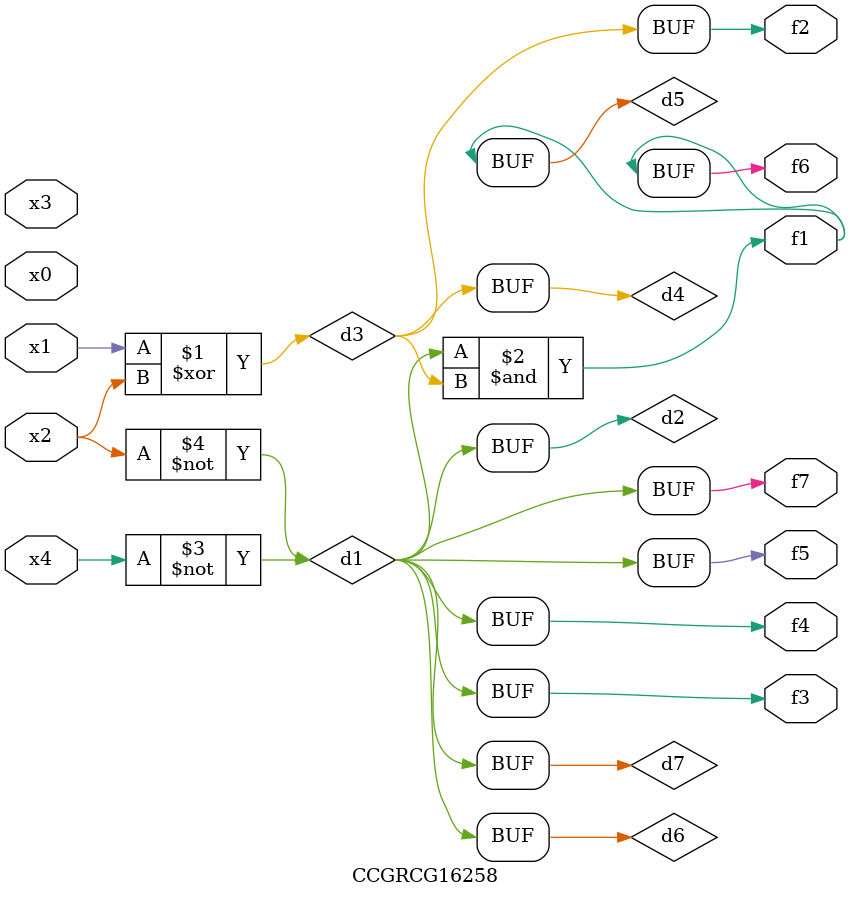
<source format=v>
module CCGRCG16258(
	input x0, x1, x2, x3, x4,
	output f1, f2, f3, f4, f5, f6, f7
);

	wire d1, d2, d3, d4, d5, d6, d7;

	not (d1, x4);
	not (d2, x2);
	xor (d3, x1, x2);
	buf (d4, d3);
	and (d5, d1, d3);
	buf (d6, d1, d2);
	buf (d7, d2);
	assign f1 = d5;
	assign f2 = d4;
	assign f3 = d7;
	assign f4 = d7;
	assign f5 = d7;
	assign f6 = d5;
	assign f7 = d7;
endmodule

</source>
